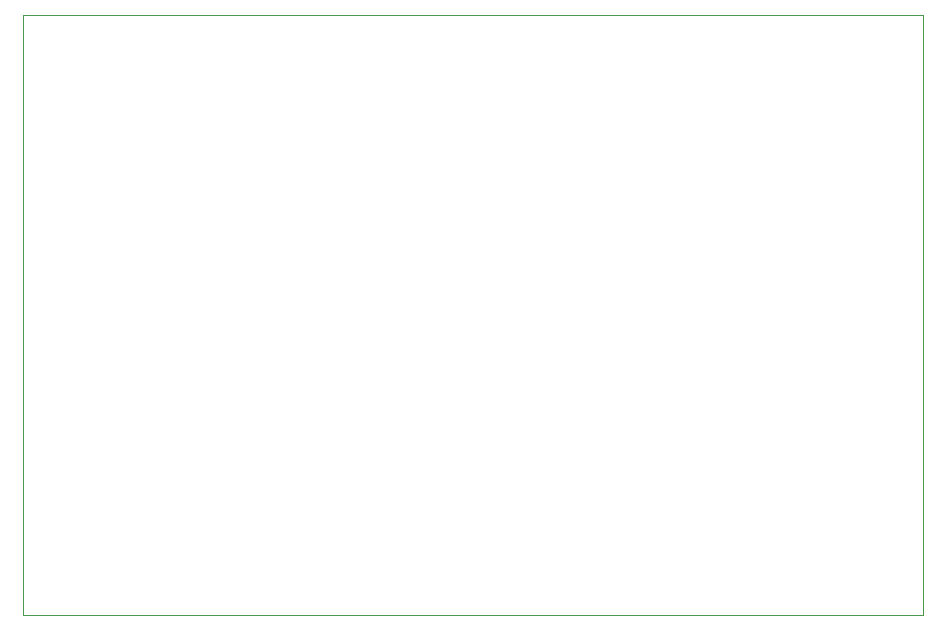
<source format=gbr>
G04 #@! TF.GenerationSoftware,KiCad,Pcbnew,5.1.5-52549c5~84~ubuntu18.04.1*
G04 #@! TF.CreationDate,2020-03-13T18:27:29-06:00*
G04 #@! TF.ProjectId,PowerSupply,506f7765-7253-4757-9070-6c792e6b6963,rev?*
G04 #@! TF.SameCoordinates,PX6bcb370PY77e7cd0*
G04 #@! TF.FileFunction,Profile,NP*
%FSLAX46Y46*%
G04 Gerber Fmt 4.6, Leading zero omitted, Abs format (unit mm)*
G04 Created by KiCad (PCBNEW 5.1.5-52549c5~84~ubuntu18.04.1) date 2020-03-13 18:27:29*
%MOMM*%
%LPD*%
G04 APERTURE LIST*
%ADD10C,0.050000*%
G04 APERTURE END LIST*
D10*
X0Y49530000D02*
X0Y50800000D01*
X0Y0D02*
X0Y49530000D01*
X76200000Y0D02*
X0Y0D01*
X76200000Y50800000D02*
X76200000Y0D01*
X0Y50800000D02*
X76200000Y50800000D01*
M02*

</source>
